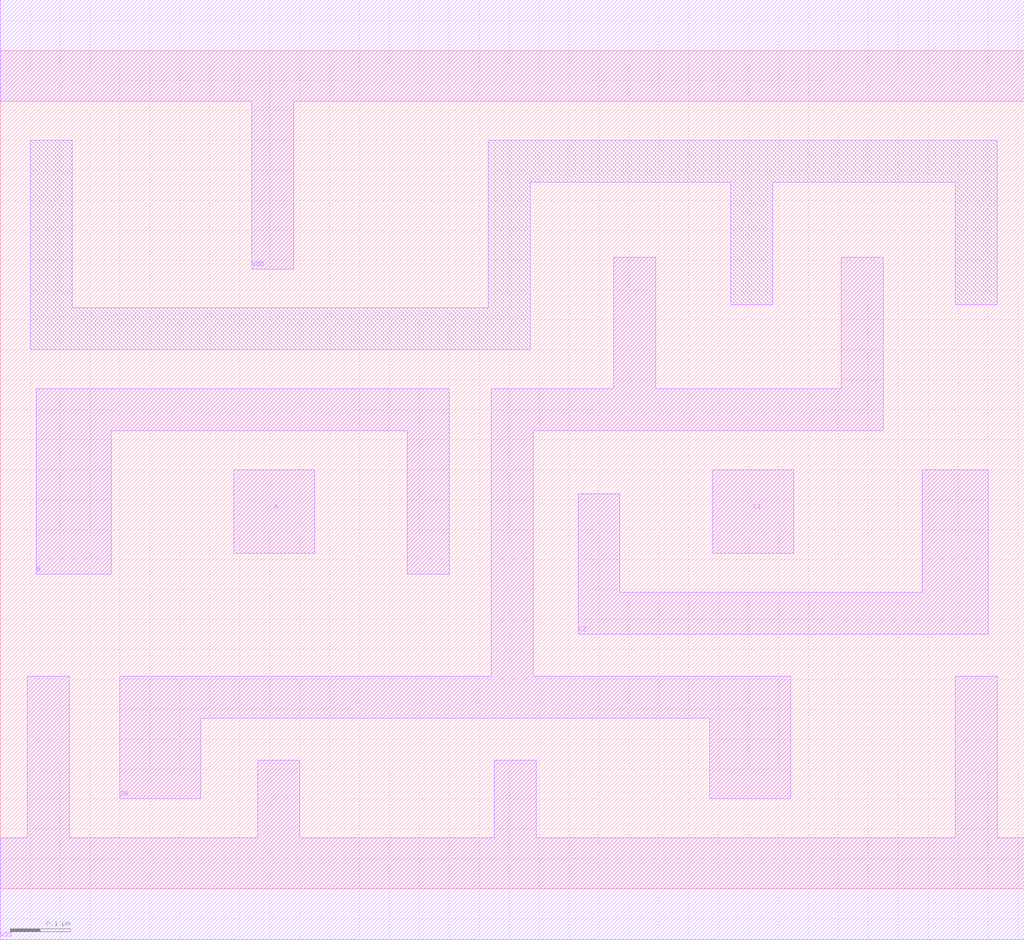
<source format=lef>
# 
# ******************************************************************************
# *                                                                            *
# *                   Copyright (C) 2004-2010, Nangate Inc.                    *
# *                           All rights reserved.                             *
# *                                                                            *
# * Nangate and the Nangate logo are trademarks of Nangate Inc.                *
# *                                                                            *
# * All trademarks, logos, software marks, and trade names (collectively the   *
# * "Marks") in this program are proprietary to Nangate or other respective    *
# * owners that have granted Nangate the right and license to use such Marks.  *
# * You are not permitted to use the Marks without the prior written consent   *
# * of Nangate or such third party that may own the Marks.                     *
# *                                                                            *
# * This file has been provided pursuant to a License Agreement containing     *
# * restrictions on its use. This file contains valuable trade secrets and     *
# * proprietary information of Nangate Inc., and is protected by U.S. and      *
# * international laws and/or treaties.                                        *
# *                                                                            *
# * The copyright notice(s) in this file does not indicate actual or intended  *
# * publication of this file.                                                  *
# *                                                                            *
# *     NGLibraryCreator, v2010.08-HR32-SP3-2010-08-05 - build 1009061800      *
# *                                                                            *
# ******************************************************************************
# 
# 
# Running on brazil06.nangate.com.br for user Giancarlo Franciscatto (gfr).
# Local time is now Fri, 3 Dec 2010, 19:32:18.
# Main process id is 27821.

VERSION 5.6 ;
BUSBITCHARS "[]" ;
DIVIDERCHAR "/" ;

MACRO AOI211_X2
  CLASS core ;
  FOREIGN AOI211_X2 0.0 0.0 ;
  ORIGIN 0 0 ;
  SYMMETRY X Y ;
  SITE FreePDK45_38x28_10R_NP_162NW_34O ;
  SIZE 1.71 BY 1.4 ;
  PIN A
    DIRECTION INPUT ;
    ANTENNAPARTIALMETALAREA 0.0189 LAYER metal1 ;
    ANTENNAPARTIALMETALSIDEAREA 0.0715 LAYER metal1 ;
    ANTENNAGATEAREA 0.1045 ;
    PORT
      LAYER metal1 ;
        POLYGON 0.39 0.56 0.525 0.56 0.525 0.7 0.39 0.7  ;
    END
  END A
  PIN B
    DIRECTION INPUT ;
    ANTENNAPARTIALMETALAREA 0.0951 LAYER metal1 ;
    ANTENNAPARTIALMETALSIDEAREA 0.3224 LAYER metal1 ;
    ANTENNAGATEAREA 0.1045 ;
    PORT
      LAYER metal1 ;
        POLYGON 0.06 0.525 0.185 0.525 0.185 0.765 0.68 0.765 0.68 0.525 0.75 0.525 0.75 0.835 0.06 0.835  ;
    END
  END B
  PIN C1
    DIRECTION INPUT ;
    ANTENNAPARTIALMETALAREA 0.0189 LAYER metal1 ;
    ANTENNAPARTIALMETALSIDEAREA 0.0715 LAYER metal1 ;
    ANTENNAGATEAREA 0.1045 ;
    PORT
      LAYER metal1 ;
        POLYGON 1.19 0.56 1.325 0.56 1.325 0.7 1.19 0.7  ;
    END
  END C1
  PIN C2
    DIRECTION INPUT ;
    ANTENNAPARTIALMETALAREA 0.08205 LAYER metal1 ;
    ANTENNAPARTIALMETALSIDEAREA 0.2925 LAYER metal1 ;
    ANTENNAGATEAREA 0.1045 ;
    PORT
      LAYER metal1 ;
        POLYGON 0.965 0.425 1.65 0.425 1.65 0.7 1.54 0.7 1.54 0.495 1.035 0.495 1.035 0.66 0.965 0.66  ;
    END
  END C2
  PIN ZN
    DIRECTION OUTPUT ;
    ANTENNAPARTIALMETALAREA 0.2202 LAYER metal1 ;
    ANTENNAPARTIALMETALSIDEAREA 0.7709 LAYER metal1 ;
    ANTENNADIFFAREA 0.3507 ;
    PORT
      LAYER metal1 ;
        POLYGON 0.89 0.765 1.475 0.765 1.475 1.055 1.405 1.055 1.405 0.835 1.095 0.835 1.095 1.055 1.025 1.055 1.025 0.835 0.82 0.835 0.82 0.355 0.2 0.355 0.2 0.15 0.335 0.15 0.335 0.285 1.185 0.285 1.185 0.15 1.32 0.15 1.32 0.355 0.89 0.355  ;
    END
  END ZN
  PIN VDD
    DIRECTION INOUT ;
    USE power ;
    SHAPE ABUTMENT ;
    PORT
      LAYER metal1 ;
        POLYGON 0 1.315 0.42 1.315 0.42 1.035 0.49 1.035 0.49 1.315 1.665 1.315 1.71 1.315 1.71 1.485 1.665 1.485 0 1.485  ;
    END
  END VDD
  PIN VSS
    DIRECTION INOUT ;
    USE ground ;
    SHAPE ABUTMENT ;
    PORT
      LAYER metal1 ;
        POLYGON 0 -0.085 1.71 -0.085 1.71 0.085 1.665 0.085 1.665 0.355 1.595 0.355 1.595 0.085 0.895 0.085 0.895 0.215 0.825 0.215 0.825 0.085 0.5 0.085 0.5 0.215 0.43 0.215 0.43 0.085 0.115 0.085 0.115 0.355 0.045 0.355 0.045 0.085 0 0.085  ;
    END
  END VSS
  OBS
      LAYER metal1 ;
        POLYGON 0.05 0.9 0.885 0.9 0.885 1.18 1.22 1.18 1.22 0.975 1.29 0.975 1.29 1.18 1.595 1.18 1.595 0.975 1.665 0.975 1.665 1.25 0.815 1.25 0.815 0.97 0.12 0.97 0.12 1.25 0.05 1.25  ;
  END
END AOI211_X2

END LIBRARY
#
# End of file
#

</source>
